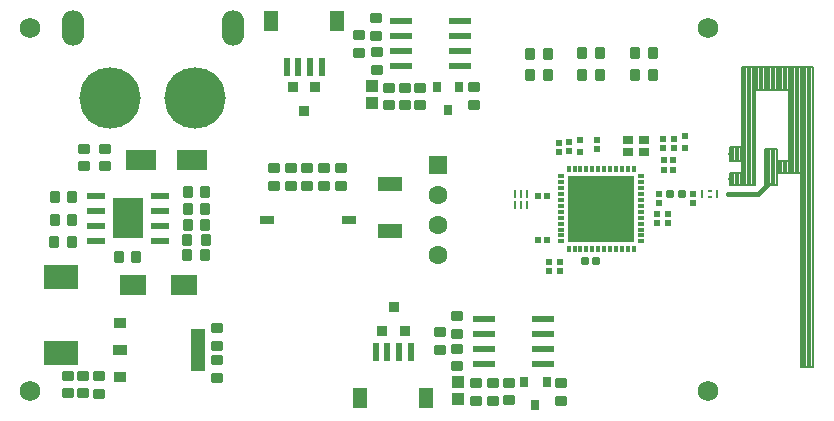
<source format=gbr>
%TF.GenerationSoftware,Altium Limited,Altium Designer,24.1.2 (44)*%
G04 Layer_Color=8388736*
%FSLAX45Y45*%
%MOMM*%
%TF.SameCoordinates,DF2DA703-92E4-466D-A55C-C96BEC28C730*%
%TF.FilePolarity,Negative*%
%TF.FileFunction,Soldermask,Top*%
%TF.Part,Single*%
G01*
G75*
%TA.AperFunction,SMDPad,CuDef*%
%ADD10R,2.10000X1.27000*%
%ADD11R,0.25000X0.65000*%
%ADD12R,0.54000X0.58000*%
G04:AMPARAMS|DCode=13|XSize=0.8mm|YSize=1mm|CornerRadius=0.1mm|HoleSize=0mm|Usage=FLASHONLY|Rotation=270.000|XOffset=0mm|YOffset=0mm|HoleType=Round|Shape=RoundedRectangle|*
%AMROUNDEDRECTD13*
21,1,0.80000,0.80000,0,0,270.0*
21,1,0.60000,1.00000,0,0,270.0*
1,1,0.20000,-0.40000,-0.30000*
1,1,0.20000,-0.40000,0.30000*
1,1,0.20000,0.40000,0.30000*
1,1,0.20000,0.40000,-0.30000*
%
%ADD13ROUNDEDRECTD13*%
%ADD14C,0.02540*%
%ADD16R,2.62000X3.51000*%
%ADD17R,0.58000X0.54000*%
%ADD18R,1.10000X1.00000*%
G04:AMPARAMS|DCode=19|XSize=0.8mm|YSize=1mm|CornerRadius=0.1mm|HoleSize=0mm|Usage=FLASHONLY|Rotation=0.000|XOffset=0mm|YOffset=0mm|HoleType=Round|Shape=RoundedRectangle|*
%AMROUNDEDRECTD19*
21,1,0.80000,0.80000,0,0,0.0*
21,1,0.60000,1.00000,0,0,0.0*
1,1,0.20000,0.30000,-0.40000*
1,1,0.20000,-0.30000,-0.40000*
1,1,0.20000,-0.30000,0.40000*
1,1,0.20000,0.30000,0.40000*
%
%ADD19ROUNDEDRECTD19*%
%ADD20R,2.65000X1.75000*%
%ADD21R,2.20000X1.75000*%
%ADD22R,1.20000X1.80000*%
%ADD23R,0.60000X1.55000*%
%ADD24R,0.60000X0.50000*%
%ADD25R,0.60000X0.60000*%
G04:AMPARAMS|DCode=26|XSize=0.6mm|YSize=0.7mm|CornerRadius=0.075mm|HoleSize=0mm|Usage=FLASHONLY|Rotation=0.000|XOffset=0mm|YOffset=0mm|HoleType=Round|Shape=RoundedRectangle|*
%AMROUNDEDRECTD26*
21,1,0.60000,0.55000,0,0,0.0*
21,1,0.45000,0.70000,0,0,0.0*
1,1,0.15000,0.22500,-0.27500*
1,1,0.15000,-0.22500,-0.27500*
1,1,0.15000,-0.22500,0.27500*
1,1,0.15000,0.22500,0.27500*
%
%ADD26ROUNDEDRECTD26*%
%ADD27R,3.00000X2.00000*%
%ADD28R,0.84000X0.84000*%
%ADD29R,0.90000X0.84000*%
%ADD30R,1.98000X0.53000*%
%ADD31R,1.14300X3.55600*%
%ADD32R,1.14300X0.88900*%
%ADD33R,1.01600X0.88900*%
%ADD34R,1.00429X0.87213*%
%ADD35R,1.60000X0.61000*%
%ADD36R,0.27940X0.71120*%
%ADD37R,0.45720X0.25400*%
%ADD38R,1.20000X0.80000*%
%TA.AperFunction,TestPad*%
G04:AMPARAMS|DCode=39|XSize=0.75mm|YSize=0.8mm|CornerRadius=0.09375mm|HoleSize=0mm|Usage=FLASHONLY|Rotation=180.000|XOffset=0mm|YOffset=0mm|HoleType=Round|Shape=RoundedRectangle|*
%AMROUNDEDRECTD39*
21,1,0.75000,0.61250,0,0,180.0*
21,1,0.56250,0.80000,0,0,180.0*
1,1,0.18750,-0.28125,0.30625*
1,1,0.18750,0.28125,0.30625*
1,1,0.18750,0.28125,-0.30625*
1,1,0.18750,-0.28125,-0.30625*
%
%ADD39ROUNDEDRECTD39*%
%TA.AperFunction,SMDPad,CuDef*%
%ADD40R,0.30000X0.55000*%
%ADD41R,0.55000X0.30000*%
%ADD42R,5.60000X5.60000*%
%ADD43R,0.85000X0.75000*%
%TA.AperFunction,Conductor*%
%ADD51C,0.20320*%
%ADD52C,0.45720*%
%TA.AperFunction,ComponentPad*%
%ADD57C,5.20000*%
%ADD58O,1.90000X3.00000*%
%ADD59R,1.60000X1.60000*%
%ADD60C,1.60000*%
%TA.AperFunction,OtherPad,Pad A1-1 (126.65mm,80.429mm)*%
%ADD73C,0.01270*%
%TA.AperFunction,OtherPad,Pad A1-1 (125.796mm,79.575mm)*%
%ADD74C,0.01270*%
%TA.AperFunction,OtherPad,Pad A1-1 (123.275mm,79.575mm)*%
%ADD75C,0.01270*%
%TA.AperFunction,NonConductor*%
%ADD76C,0.20320*%
%ADD77C,0.45720*%
%TA.AperFunction,SMDPad,CuDef*%
%ADD78C,0.34200*%
%TA.AperFunction,ViaPad*%
%ADD79C,1.72720*%
D10*
X9507500Y6606500D02*
D03*
Y7003500D02*
D03*
D11*
X10562500Y6822500D02*
D03*
X10612500D02*
D03*
X10662500D02*
D03*
Y6917501D02*
D03*
X10612500D02*
D03*
X10562500D02*
D03*
D12*
X11857517Y6667006D02*
D03*
Y6745006D02*
D03*
X11255000Y7298500D02*
D03*
Y7376500D02*
D03*
X10855000Y6344000D02*
D03*
Y6266000D02*
D03*
X10945000Y6344000D02*
D03*
Y6266000D02*
D03*
X11767517Y6745006D02*
D03*
Y6667006D02*
D03*
X10935000Y7273500D02*
D03*
Y7351500D02*
D03*
X11022500Y7276000D02*
D03*
Y7354000D02*
D03*
X11910000Y7307000D02*
D03*
Y7385000D02*
D03*
X11820000Y7304500D02*
D03*
Y7382500D02*
D03*
X11782500Y6914000D02*
D03*
Y6836000D02*
D03*
X12070000Y6919000D02*
D03*
Y6841000D02*
D03*
D13*
X10217500Y7672500D02*
D03*
X8042500Y5632500D02*
D03*
X8945000Y7137500D02*
D03*
Y6987500D02*
D03*
X8042500Y5782500D02*
D03*
Y5507500D02*
D03*
Y5357500D02*
D03*
X6912009Y7150401D02*
D03*
Y7300401D02*
D03*
X7089509Y7150401D02*
D03*
Y7300401D02*
D03*
X7040000Y5375000D02*
D03*
X7040000Y5225000D02*
D03*
X6907500Y5377500D02*
D03*
X6907500Y5227500D02*
D03*
X8805000Y6987500D02*
D03*
X8805000Y7137500D02*
D03*
X8665000D02*
D03*
X8665000Y6987500D02*
D03*
X8520000Y7137500D02*
D03*
Y6987500D02*
D03*
X10075000Y5457500D02*
D03*
Y5607500D02*
D03*
X10072500Y5730000D02*
D03*
Y5880000D02*
D03*
X9930000Y5745000D02*
D03*
X9930000Y5595000D02*
D03*
X9392500Y8120000D02*
D03*
X9392500Y7970000D02*
D03*
X9385000Y8252500D02*
D03*
X9385000Y8402500D02*
D03*
X9245000Y8262500D02*
D03*
Y8112500D02*
D03*
X9762500Y7667500D02*
D03*
Y7817500D02*
D03*
X9632500Y7667500D02*
D03*
Y7817500D02*
D03*
X10515000Y5170000D02*
D03*
Y5320000D02*
D03*
X9495000Y7667500D02*
D03*
Y7817500D02*
D03*
X10952500Y5312500D02*
D03*
Y5162500D02*
D03*
X10235000Y5315000D02*
D03*
X10235000Y5165000D02*
D03*
X10217500Y7822500D02*
D03*
X6775000Y5227500D02*
D03*
X6775000Y5377500D02*
D03*
X10375000Y5167500D02*
D03*
Y5317500D02*
D03*
X9087500Y7137500D02*
D03*
Y6987500D02*
D03*
D14*
X12370000Y6917500D02*
D03*
D16*
X7289999Y6712000D02*
D03*
D17*
X11821000Y7206000D02*
D03*
X11899000D02*
D03*
X11821000Y7116000D02*
D03*
X11899000D02*
D03*
X10835500Y6902500D02*
D03*
X10757500D02*
D03*
X10834000Y6522500D02*
D03*
X10756000D02*
D03*
D18*
X9355000Y7827500D02*
D03*
Y7682500D02*
D03*
X10077500Y5177500D02*
D03*
Y5322500D02*
D03*
D19*
X7207500Y6385000D02*
D03*
X7357500D02*
D03*
X6815000Y6697500D02*
D03*
X6665000D02*
D03*
X7945000Y6530000D02*
D03*
X7787500Y6528217D02*
D03*
X11732500Y7925000D02*
D03*
X11582500D02*
D03*
X11280000D02*
D03*
X11130000D02*
D03*
X10842500Y7922501D02*
D03*
X10692500D02*
D03*
X11582500Y8110001D02*
D03*
X11732500D02*
D03*
X11130000Y8107500D02*
D03*
X11280000D02*
D03*
X10692500Y8105001D02*
D03*
X10842500D02*
D03*
X7792500Y6792500D02*
D03*
X7942500D02*
D03*
X7792500Y6657500D02*
D03*
X7942500D02*
D03*
X7792501Y6930000D02*
D03*
X7942500D02*
D03*
X7940000Y6397500D02*
D03*
X7790000D02*
D03*
X6665000Y6892500D02*
D03*
X6815000D02*
D03*
X6662500Y6507500D02*
D03*
X6812500D02*
D03*
D20*
X7397500Y7200000D02*
D03*
X7827500D02*
D03*
D21*
X7757500Y6142500D02*
D03*
X7327500D02*
D03*
D22*
X9812500Y5187500D02*
D03*
X9252500D02*
D03*
X8500000Y8380000D02*
D03*
X9060000D02*
D03*
D23*
X9382500Y5575000D02*
D03*
X9482500Y5575000D02*
D03*
X9582500D02*
D03*
X9682500D02*
D03*
X8930000Y7992500D02*
D03*
X8830000D02*
D03*
X8730000D02*
D03*
X8630000Y7992500D02*
D03*
D24*
X11115000Y7374000D02*
D03*
Y7271000D02*
D03*
D25*
X12002499Y7405000D02*
D03*
X12002500Y7307500D02*
D03*
D26*
X11975000Y6915000D02*
D03*
X11875000D02*
D03*
X11252500Y6350000D02*
D03*
X11152500D02*
D03*
D27*
X6722500Y5572500D02*
D03*
Y6212500D02*
D03*
D28*
X9441000Y5760000D02*
D03*
X9535000Y5960000D02*
D03*
X8775000Y7620000D02*
D03*
X8868999Y7819999D02*
D03*
D29*
X9629000Y5760000D02*
D03*
X8680999Y7819999D02*
D03*
D30*
X10303500Y5477000D02*
D03*
Y5604000D02*
D03*
Y5731000D02*
D03*
Y5858000D02*
D03*
X10796500Y5858000D02*
D03*
Y5731000D02*
D03*
Y5604000D02*
D03*
Y5476999D02*
D03*
X9601000Y7997000D02*
D03*
X9601000Y8124000D02*
D03*
X9601000Y8251000D02*
D03*
Y8378000D02*
D03*
X10094000D02*
D03*
X10094000Y8251000D02*
D03*
X10094000Y8124000D02*
D03*
X10094000Y7997000D02*
D03*
D31*
X7882000Y5595000D02*
D03*
D32*
X7223000D02*
D03*
D33*
Y5824000D02*
D03*
D34*
Y5366000D02*
D03*
D35*
X7019999Y6521500D02*
D03*
Y6648500D02*
D03*
Y6775500D02*
D03*
Y6902500D02*
D03*
X7559999D02*
D03*
Y6775500D02*
D03*
Y6648500D02*
D03*
Y6521500D02*
D03*
D36*
X12150010Y6916197D02*
D03*
X12271930D02*
D03*
D37*
X12210970Y6893337D02*
D03*
Y6939057D02*
D03*
D38*
X8460001Y6700000D02*
D03*
X9160000Y6700000D02*
D03*
D39*
X10831000Y5322000D02*
D03*
X10639000D02*
D03*
X10735000Y5128000D02*
D03*
X9995000Y7625500D02*
D03*
X9899000Y7819500D02*
D03*
X10091000D02*
D03*
D40*
X11017500Y6452500D02*
D03*
X11067500D02*
D03*
X11117500D02*
D03*
X11167500D02*
D03*
X11217500D02*
D03*
X11267500D02*
D03*
X11317500D02*
D03*
X11367500D02*
D03*
X11417500D02*
D03*
X11467500D02*
D03*
X11517500D02*
D03*
X11567500D02*
D03*
Y7127500D02*
D03*
X11517500D02*
D03*
X11467500D02*
D03*
X11417500D02*
D03*
X11367500D02*
D03*
X11317500D02*
D03*
X11267500D02*
D03*
X11217500D02*
D03*
X11167500D02*
D03*
X11117500D02*
D03*
X11067500D02*
D03*
X11017500D02*
D03*
D41*
X11630000Y6515000D02*
D03*
Y6565000D02*
D03*
Y6615000D02*
D03*
Y6665000D02*
D03*
Y6715000D02*
D03*
Y6765000D02*
D03*
Y6815000D02*
D03*
X11630000Y6865000D02*
D03*
Y6915000D02*
D03*
Y6965000D02*
D03*
X11630000Y7015000D02*
D03*
Y7065000D02*
D03*
X10955000D02*
D03*
Y7015000D02*
D03*
X10955000Y6965000D02*
D03*
Y6915000D02*
D03*
Y6865000D02*
D03*
X10955000Y6815000D02*
D03*
Y6765000D02*
D03*
Y6715000D02*
D03*
Y6665000D02*
D03*
Y6615000D02*
D03*
Y6565000D02*
D03*
Y6515000D02*
D03*
D42*
X11292500Y6790000D02*
D03*
D43*
X11652500Y7377500D02*
D03*
X11517500Y7272500D02*
D03*
X11652500D02*
D03*
X11517500Y7377500D02*
D03*
D51*
X12880540Y7196240D02*
X12882700D01*
X12860220D02*
X12880540D01*
X12839900D02*
X12860220D01*
X12819580D02*
X12839900D01*
X12799260D02*
X12819580D01*
X12782699D02*
X12799260D01*
X12982140Y7096240D02*
X12982700D01*
X12961819D02*
X12982140D01*
X12941499D02*
X12961819D01*
X12921181D02*
X12941499D01*
X12900861D02*
X12921181D01*
X12880540D02*
X12900861D01*
X12860220D02*
X12880540D01*
X12839900D02*
X12860220D01*
X12819580D02*
X12839900D01*
X12799260D02*
X12819580D01*
X12782699D02*
X12799260D01*
X12778940Y7296239D02*
X12782699D01*
X12758620D02*
X12778940D01*
X12738300D02*
X12758620D01*
X12717980D02*
X12738300D01*
X12697660D02*
X12717980D01*
X12682699D02*
X12697660D01*
X13063420Y5454460D02*
X13083740D01*
X13043100D02*
X13063420D01*
X13022780D02*
X13043100D01*
X13002460D02*
X13022780D01*
X12982700D02*
X13002460D01*
X12778940Y6996240D02*
X12782699D01*
X12758620D02*
X12778940D01*
X12738300D02*
X12758620D01*
X12717980D02*
X12738300D01*
X12700870D02*
X12717980D01*
X12697660D02*
X12700870D01*
X12682699D02*
X12697660D01*
X13063420Y7994460D02*
X13083740D01*
X13043100D02*
X13063420D01*
X13022780D02*
X13043100D01*
X13002460D02*
X13022780D01*
X12982140D02*
X13002460D01*
X12961819D02*
X12982140D01*
X12941499D02*
X12961819D01*
X12921181D02*
X12941499D01*
X12900861D02*
X12921181D01*
X12880540D02*
X12900861D01*
X12860220D02*
X12880540D01*
X12839900D02*
X12860220D01*
X12819580D02*
X12839900D01*
X12799260D02*
X12819580D01*
X12778940D02*
X12799260D01*
X12758620D02*
X12778940D01*
X12738300D02*
X12758620D01*
X12717980D02*
X12738300D01*
X12697660D02*
X12717980D01*
X12677340D02*
X12697660D01*
X12657020D02*
X12677340D01*
X12636700D02*
X12657020D01*
X12616380D02*
X12636700D01*
X12596060D02*
X12616380D01*
X12575740D02*
X12596060D01*
X12555420D02*
X12575740D01*
X12535100D02*
X12555420D01*
X12514780D02*
X12535100D01*
X12494460D02*
X12514780D01*
X12489380D02*
X12494460D01*
X12880540Y7796241D02*
X12882700D01*
X12860220D02*
X12880540D01*
X12839900D02*
X12860220D01*
X12819580D02*
X12839900D01*
X12799260D02*
X12819580D01*
X12778940D02*
X12799260D01*
X12758620D02*
X12778940D01*
X12738300D02*
X12758620D01*
X12717980D02*
X12738300D01*
X12697660D02*
X12717980D01*
X12677340D02*
X12697660D01*
X12657020D02*
X12677340D01*
X12636700D02*
X12657020D01*
X12616380D02*
X12636700D01*
X12596060D02*
X12616380D01*
X12474140Y7311200D02*
X12486840D01*
X12453820D02*
X12474140D01*
X12433500D02*
X12453820D01*
X12413180D02*
X12433500D01*
X12392860D02*
X12413180D01*
X12382700D02*
X12392860D01*
X12474140Y7196240D02*
X12482700D01*
X12453820D02*
X12474140D01*
X12433500D02*
X12453820D01*
X12413180D02*
X12433500D01*
X12392860D02*
X12413180D01*
X12382700D02*
X12392860D01*
X12474140Y7096240D02*
X12482700D01*
X12453820D02*
X12474140D01*
X12433500D02*
X12453820D01*
X12413180D02*
X12433500D01*
X12392860D02*
X12413180D01*
X12382700D02*
X12392860D01*
X12596060Y7796241D02*
Y7994460D01*
Y6996240D02*
Y7796241D01*
X12575740Y6996240D02*
X12596060D01*
X12555420D02*
X12575740D01*
X12535100D02*
X12555420D01*
X12514780D02*
X12535100D01*
X12494460D02*
X12514780D01*
X12474140D02*
X12494460D01*
X12453820D02*
X12474140D01*
X12433500D02*
X12453820D01*
X12413180D02*
X12433500D01*
X12392860D02*
X12413180D01*
X12382700D02*
X12392860D01*
Y7196240D02*
Y7311200D01*
X13083740Y5454460D02*
Y7994460D01*
X12982700Y5454460D02*
Y7096240D01*
X12961819D02*
Y7994460D01*
X13002460Y5454460D02*
Y7994460D01*
X13022780Y5454460D02*
Y7994460D01*
X13043100Y5454460D02*
Y7994460D01*
X13063420Y5454460D02*
Y7994460D01*
X12616380Y7796241D02*
Y7994460D01*
X12636700Y7796241D02*
Y7994460D01*
X12657020Y7796241D02*
Y7994460D01*
X12677340Y7796241D02*
Y7994460D01*
X12697660Y7796241D02*
Y7994460D01*
X12717980Y7796241D02*
Y7994460D01*
X12758620Y7796241D02*
Y7994460D01*
X12778940Y7796241D02*
Y7994460D01*
X12799260Y7796241D02*
Y7994460D01*
X12819580Y7796241D02*
Y7994460D01*
X12839900Y7796241D02*
Y7994460D01*
X12860220Y7796241D02*
Y7994460D01*
X12486840Y7311200D02*
X12489380Y7941120D01*
X12474140Y6996240D02*
Y7096240D01*
X12392860Y6996240D02*
Y7096240D01*
X12482700D02*
Y7196240D01*
X12596060Y6996240D02*
Y7796241D01*
X12494460Y6996240D02*
Y7994460D01*
X12514780Y6996240D02*
Y7994460D01*
X12535100Y6996240D02*
Y7994460D01*
X12555420Y6996240D02*
Y7994460D01*
X12575740Y6996240D02*
Y7994460D01*
X12382700Y7196240D02*
Y7311200D01*
Y6996240D02*
Y7096240D01*
X12413180Y6996240D02*
Y7096240D01*
X12433500Y6996240D02*
Y7096240D01*
X12453820Y6996240D02*
Y7096240D01*
X12489380Y7941120D02*
Y7994460D01*
X12880540Y7796241D02*
Y7994460D01*
X12738300Y7796241D02*
Y7994460D01*
X12682699Y6996240D02*
Y7296239D01*
X12782699Y7196240D02*
Y7296239D01*
X12697660Y6996240D02*
Y7296239D01*
X12717980Y6996240D02*
Y7296239D01*
X12738300Y6996240D02*
Y7296239D01*
X12758620Y6996240D02*
Y7296239D01*
X12778940Y6996240D02*
Y7296239D01*
X12782699Y6996240D02*
Y7096240D01*
X12799260D02*
Y7196240D01*
X12839900Y7096240D02*
Y7196240D01*
X12860220Y7096240D02*
Y7196240D01*
X12819580Y7096240D02*
Y7196240D01*
X12880540Y7096240D02*
Y7196240D01*
X12882700D02*
Y7796241D01*
X12900861Y7096240D02*
Y7994460D01*
X12921181Y7096240D02*
Y7994460D01*
X12941499Y7096240D02*
Y7994460D01*
X12982140Y7096240D02*
Y7994460D01*
X12413180Y7196240D02*
Y7311200D01*
X12433500Y7196240D02*
Y7311200D01*
X12453820Y7196240D02*
Y7311200D01*
X12474140Y7196240D02*
Y7311200D01*
D52*
X12700870Y6996240D02*
X12707497Y7002867D01*
X12622128Y6917500D02*
X12700870Y6996240D01*
X12370000Y6917500D02*
X12622128D01*
D57*
X7137500Y7725000D02*
D03*
X7857500D02*
D03*
D58*
X8172500Y8325000D02*
D03*
X6822500D02*
D03*
D59*
X9912500Y7159000D02*
D03*
D60*
Y6905000D02*
D03*
Y6651000D02*
D03*
Y6397000D02*
D03*
D73*
X12664997Y8042867D02*
D03*
D74*
X12579628Y7957500D02*
D03*
D03*
D75*
X12327500D02*
D03*
D76*
X12982700Y5454460D02*
X13083740D01*
Y7994460D01*
X13063420Y5454460D02*
Y7994460D01*
X13043100Y5454460D02*
Y7994460D01*
X13022780Y5454460D02*
Y7994460D01*
X13002460Y5454460D02*
Y7994460D01*
X12982700Y5454460D02*
Y7096240D01*
X12782699Y6996240D02*
Y7096240D01*
X12682699Y6996240D02*
X12782699D01*
X12382700D02*
X12596060D01*
X12474140D02*
Y7096240D01*
X12453820Y6996240D02*
Y7096240D01*
X12433500Y6996240D02*
Y7096240D01*
X12413180Y6996240D02*
Y7096240D01*
X12392860Y6996240D02*
Y7096240D01*
X12382700Y6996240D02*
Y7096240D01*
X12782699D02*
X12982700D01*
X12382700D02*
X12482700D01*
X12819580D02*
Y7196240D01*
X12860220Y7096240D02*
Y7196240D01*
X12839900Y7096240D02*
Y7196240D01*
X12799260Y7096240D02*
Y7196240D01*
X12697660Y6996240D02*
Y7296239D01*
X12880540Y7096240D02*
Y7196240D01*
X12717980Y6996240D02*
Y7296239D01*
X12482700Y7096240D02*
Y7196240D01*
X12778940Y6996240D02*
Y7296239D01*
X12682699Y6996240D02*
Y7296239D01*
X12758620Y6996240D02*
Y7296239D01*
X12982140Y7096240D02*
Y7994460D01*
X12961819Y7096240D02*
Y7994460D01*
X12941499Y7096240D02*
Y7994460D01*
X12921181Y7096240D02*
Y7994460D01*
X12900861Y7096240D02*
Y7994460D01*
X12882700Y7196240D02*
Y7796241D01*
X12782699Y7196240D02*
X12882700D01*
X12782699D02*
Y7296239D01*
X12596060Y7796241D02*
X12882700D01*
X12738300Y6996240D02*
Y7296239D01*
X12682699D02*
X12782699D01*
X12717980Y7796241D02*
Y7994460D01*
X12697660Y7796241D02*
Y7994460D01*
X12677340Y7796241D02*
Y7994460D01*
X12657020Y7796241D02*
Y7994460D01*
X12596060Y6996240D02*
Y7796241D01*
Y6996240D02*
Y7994460D01*
X12575740Y6996240D02*
Y7994460D01*
X12555420Y6996240D02*
Y7994460D01*
X12535100Y6996240D02*
Y7994460D01*
X12514780Y6996240D02*
Y7994460D01*
X12494460Y6996240D02*
Y7994460D01*
X12486840Y7311200D02*
X12489380Y7941120D01*
X12474140Y7196240D02*
Y7311200D01*
X12453820Y7196240D02*
Y7311200D01*
X12382700D02*
X12486840D01*
X12433500Y7196240D02*
Y7311200D01*
X12382700Y7196240D02*
X12482700D01*
X12413180D02*
Y7311200D01*
X12392860Y7196240D02*
Y7311200D01*
X12382700Y7196240D02*
Y7311200D01*
X12616380Y7796241D02*
Y7994460D01*
X12839900Y7796241D02*
Y7994460D01*
X12758620Y7796241D02*
Y7994460D01*
X12860220Y7796241D02*
Y7994460D01*
X12880540Y7796241D02*
Y7994460D01*
X12636700Y7796241D02*
Y7994460D01*
X12738300Y7796241D02*
Y7994460D01*
X12819580Y7796241D02*
Y7994460D01*
X12799260Y7796241D02*
Y7994460D01*
X12778940Y7796241D02*
Y7994460D01*
X12489380Y7941120D02*
Y7994460D01*
X13083740D01*
D77*
X12622128Y6917500D02*
X12707497Y7002867D01*
X12370000Y6917500D02*
X12622128D01*
D78*
X12382700Y7253720D02*
D03*
Y7046240D02*
D03*
D79*
X6457500Y8320000D02*
D03*
X12200000D02*
D03*
Y5250000D02*
D03*
X6457500D02*
D03*
%TF.MD5,d33bd9966cfc53d31e6ae74f21ef89c9*%
M02*

</source>
